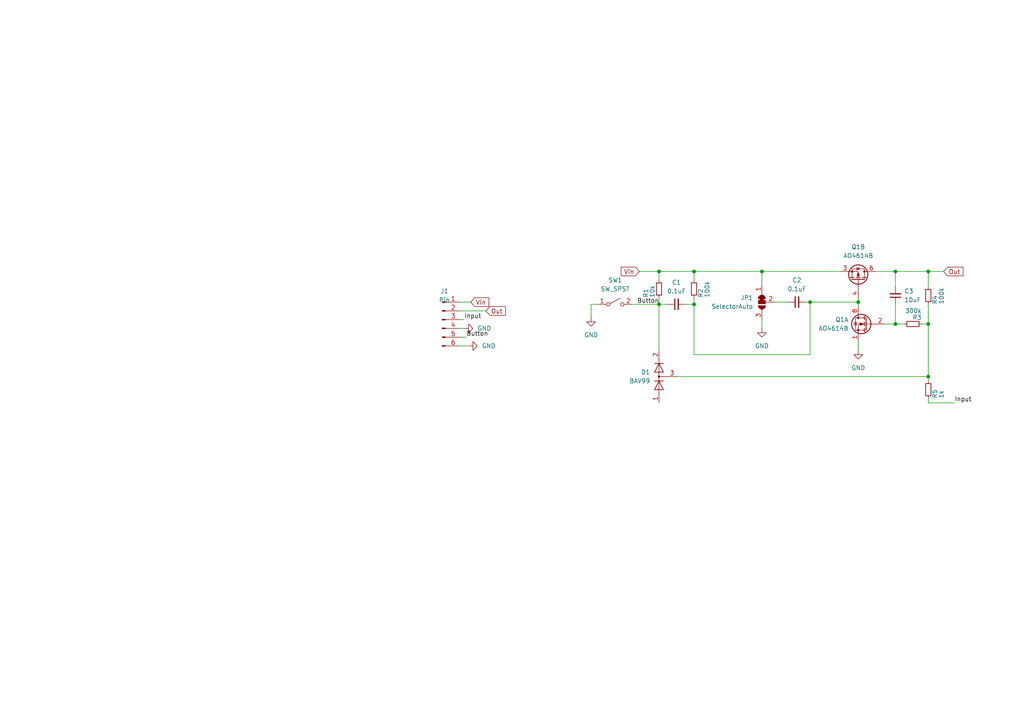
<source format=kicad_sch>
(kicad_sch (version 20211123) (generator eeschema)
  (paper "A4")
  (lib_symbols
    (symbol "Connector:Conn_01x06_Male" (pin_names (offset 1.016) hide)
      (property "Reference" "J" (at 0 7.62 0))
      (property "Value" "Conn_01x06_Male" (at 0 -10.16 0))
      (symbol "Conn_01x06_Male_1_1"
        (polyline (pts (xy 1.27 -7.62) (xy 0.8636 -7.62)) (stroke (width 0.1524)))
        (polyline (pts (xy 1.27 -5.08) (xy 0.8636 -5.08)) (stroke (width 0.1524)))
        (polyline (pts (xy 1.27 -2.54) (xy 0.8636 -2.54)) (stroke (width 0.1524)))
        (polyline (pts (xy 1.27 0) (xy 0.8636 0)) (stroke (width 0.1524)))
        (polyline (pts (xy 1.27 2.54) (xy 0.8636 2.54)) (stroke (width 0.1524)))
        (polyline (pts (xy 1.27 5.08) (xy 0.8636 5.08)) (stroke (width 0.1524)))
        (rectangle (start 0.8636 -7.493) (end 0 -7.747) (stroke (width 0.1524)) (fill (type outline)))
        (rectangle (start 0.8636 -4.953) (end 0 -5.207) (stroke (width 0.1524)) (fill (type outline)))
        (rectangle (start 0.8636 -2.413) (end 0 -2.667) (stroke (width 0.1524)) (fill (type outline)))
        (rectangle (start 0.8636 0.127) (end 0 -0.127) (stroke (width 0.1524)) (fill (type outline)))
        (rectangle (start 0.8636 2.667) (end 0 2.413) (stroke (width 0.1524)) (fill (type outline)))
        (rectangle (start 0.8636 5.207) (end 0 4.953) (stroke (width 0.1524)) (fill (type outline)))
        (pin passive line (at 5.08 5.08 180) (length 3.81) (name "Pin_1") (number "1"))
        (pin passive line (at 5.08 2.54 180) (length 3.81) (name "Pin_2") (number "2"))
        (pin passive line (at 5.08 0 180) (length 3.81) (name "Pin_3") (number "3"))
        (pin passive line (at 5.08 -2.54 180) (length 3.81) (name "Pin_4") (number "4"))
        (pin passive line (at 5.08 -5.08 180) (length 3.81) (name "Pin_5") (number "5"))
        (pin passive line (at 5.08 -7.62 180) (length 3.81) (name "Pin_6") (number "6"))
      )
    )
    (symbol "Device:C_Small" (pin_numbers hide) (pin_names (offset 0.254) hide)
      (property "Reference" "C" (at 0.254 1.778 0))
      (property "Value" "C_Small" (at 0.254 -2.032 0))
      (symbol "C_Small_0_1"
        (polyline (pts (xy -1.524 -0.508) (xy 1.524 -0.508)) (stroke (width 0.3302)))
        (polyline (pts (xy -1.524 0.508) (xy 1.524 0.508)) (stroke (width 0.3048)))
      )
      (symbol "C_Small_1_1"
        (pin passive line (at 0 2.54 270) (length 2.032) (name "~") (number "1"))
        (pin passive line (at 0 -2.54 90) (length 2.032) (name "~") (number "2"))
      )
    )
    (symbol "Device:R_Small" (pin_numbers hide) (pin_names (offset 0.254) hide)
      (property "Reference" "R" (at 0.762 0.508 0))
      (property "Value" "R_Small" (at 0.762 -1.016 0))
      (symbol "R_Small_0_1"
        (rectangle (start -0.762 1.778) (end 0.762 -1.778) (stroke (width 0.2032)))
      )
      (symbol "R_Small_1_1"
        (pin passive line (at 0 2.54 270) (length 0.762) (name "~") (number "1"))
        (pin passive line (at 0 -2.54 90) (length 0.762) (name "~") (number "2"))
      )
    )
    (symbol "Diode:BAV99" (pin_names hide)
      (property "Reference" "D" (at 0 5.08 0))
      (property "Value" "BAV99" (at 0 2.54 0))
      (symbol "BAV99_0_1"
        (polyline (pts (xy -5.08 0) (xy 5.08 0)))
      )
      (symbol "BAV99_1_1"
        (polyline (pts (xy 0 0) (xy 0 -2.54)))
        (polyline (pts (xy -1.27 -1.27) (xy -1.27 1.27) (xy -1.27 1.27)) (stroke (width 0.2032)))
        (polyline (pts (xy 3.81 1.27) (xy 3.81 -1.27) (xy 3.81 -1.27)) (stroke (width 0.2032)))
        (polyline (pts (xy -3.81 1.27) (xy -1.27 0) (xy -3.81 -1.27) (xy -3.81 1.27) (xy -3.81 1.27) (xy -3.81 1.27)) (stroke (width 0.2032)))
        (polyline (pts (xy 1.27 1.27) (xy 3.81 0) (xy 1.27 -1.27) (xy 1.27 1.27) (xy 1.27 1.27) (xy 1.27 1.27)) (stroke (width 0.2032)))
        (circle (center 0 0) (radius 0.254) (fill (type outline)))
        (pin passive line (at -7.62 0 0) (length 2.54) (name "K") (number "1"))
        (pin passive line (at 7.62 0 180) (length 2.54) (name "A") (number "2"))
        (pin passive line (at 0 -5.08 90) (length 2.54) (name "K") (number "3"))
      )
    )
    (symbol "Jumper:SolderJumper_3_Bridged12" (pin_names (offset 0) hide)
      (property "Reference" "JP" (at -2.54 -2.54 0))
      (property "Value" "SolderJumper_3_Bridged12" (at 0 2.794 0))
      (symbol "SolderJumper_3_Bridged12_0_1"
        (rectangle (start -1.016 0.508) (end -0.508 -0.508) (fill (type outline)))
        (arc (start -1.016 1.016) (mid -2.032 0) (end -1.016 -1.016))
        (arc (start -1.016 1.016) (mid -2.032 0) (end -1.016 -1.016) (fill (type outline)))
        (rectangle (start -0.508 1.016) (end 0.508 -1.016) (fill (type outline)))
        (polyline (pts (xy -2.54 0) (xy -2.032 0)))
        (polyline (pts (xy -1.016 1.016) (xy -1.016 -1.016)))
        (polyline (pts (xy 0 -1.27) (xy 0 -1.016)))
        (polyline (pts (xy 1.016 1.016) (xy 1.016 -1.016)))
        (polyline (pts (xy 2.54 0) (xy 2.032 0)))
        (arc (start 1.016 -1.016) (mid 2.032 0) (end 1.016 1.016))
        (arc (start 1.016 -1.016) (mid 2.032 0) (end 1.016 1.016) (fill (type outline)))
      )
      (symbol "SolderJumper_3_Bridged12_1_1"
        (pin passive line (at -5.08 0 0) (length 2.54) (name "A") (number "1"))
        (pin input line (at 0 -3.81 90) (length 2.54) (name "C") (number "2"))
        (pin passive line (at 5.08 0 180) (length 2.54) (name "B") (number "3"))
      )
    )
    (symbol "Switch:SW_SPST" (pin_names (offset 0) hide)
      (property "Reference" "SW" (at 0 3.175 0))
      (property "Value" "SW_SPST" (at 0 -2.54 0))
      (symbol "SW_SPST_0_0"
        (circle (center -2.032 0) (radius 0.508))
        (polyline (pts (xy -1.524 0.254) (xy 1.524 1.778)))
        (circle (center 2.032 0) (radius 0.508))
      )
      (symbol "SW_SPST_1_1"
        (pin passive line (at -5.08 0 0) (length 2.54) (name "A") (number "1"))
        (pin passive line (at 5.08 0 180) (length 2.54) (name "B") (number "2"))
      )
    )
    (symbol "Transistor_FET:FDS8960C" (pin_names hide)
      (property "Reference" "Q" (at 5.08 1.905 0))
      (property "Value" "FDS8960C" (at 5.08 0 0))
      (symbol "FDS8960C_0_1"
        (polyline (pts (xy 0.254 0) (xy -2.54 0)))
        (polyline (pts (xy 0.254 1.905) (xy 0.254 -1.905)) (stroke (width 0.254)))
        (polyline (pts (xy 0.762 -1.27) (xy 0.762 -2.286)) (stroke (width 0.254)))
        (polyline (pts (xy 0.762 0.508) (xy 0.762 -0.508)) (stroke (width 0.254)))
        (polyline (pts (xy 0.762 2.286) (xy 0.762 1.27)) (stroke (width 0.254)))
        (polyline (pts (xy 2.54 2.54) (xy 2.54 1.778)))
        (polyline (pts (xy 2.54 -2.54) (xy 2.54 0) (xy 0.762 0)))
        (polyline (pts (xy 0.762 -1.778) (xy 3.302 -1.778) (xy 3.302 1.778) (xy 0.762 1.778)))
        (circle (center 1.651 0) (radius 2.794) (stroke (width 0.254)))
        (circle (center 2.54 -1.778) (radius 0.254) (fill (type outline)))
        (circle (center 2.54 1.778) (radius 0.254) (fill (type outline)))
      )
      (symbol "FDS8960C_1_1"
        (polyline (pts (xy 1.016 0) (xy 2.032 0.381) (xy 2.032 -0.381) (xy 1.016 0)) (fill (type outline)))
        (polyline (pts (xy 2.794 0.508) (xy 2.921 0.381) (xy 3.683 0.381) (xy 3.81 0.254)))
        (polyline (pts (xy 3.302 0.381) (xy 2.921 -0.254) (xy 3.683 -0.254) (xy 3.302 0.381)))
        (pin passive line (at 2.54 -5.08 90) (length 2.54) (name "S") (number "1"))
        (pin input line (at -5.08 0 0) (length 2.54) (name "G") (number "2"))
        (pin passive line (at 2.54 5.08 270) (length 2.54) hide (name "D") (number "7"))
        (pin passive line (at 2.54 5.08 270) (length 2.54) (name "D") (number "8"))
      )
      (symbol "FDS8960C_2_1"
        (polyline (pts (xy 2.286 0) (xy 1.27 0.381) (xy 1.27 -0.381) (xy 2.286 0)) (fill (type outline)))
        (polyline (pts (xy 2.794 -0.508) (xy 2.921 -0.381) (xy 3.683 -0.381) (xy 3.81 -0.254)))
        (polyline (pts (xy 3.302 -0.381) (xy 2.921 0.254) (xy 3.683 0.254) (xy 3.302 -0.381)))
        (pin passive line (at 2.54 -5.08 90) (length 2.54) (name "1") (number "3"))
        (pin input line (at -5.08 0 0) (length 2.54) (name "G") (number "4"))
        (pin passive line (at 2.54 5.08 270) (length 2.54) hide (name "D") (number "5"))
        (pin passive line (at 2.54 5.08 270) (length 2.54) (name "D") (number "6"))
      )
    )
    (symbol "power:GND" (power) (pin_names (offset 0))
      (property "Value" "GND" (at 0 -3.81 0))
      (symbol "GND_0_1"
        (polyline (pts (xy 0 0) (xy 0 -1.27) (xy 1.27 -1.27) (xy 0 -2.54) (xy -1.27 -1.27) (xy 0 -1.27)))
      )
      (symbol "GND_1_1"
        (pin power_in line (at 0 0 270) (length 0) hide (name "GND") (number "1"))
      )
    )
  )
  (junction (at 201.295 88.265))
  (junction (at 234.95 87.63))
  (junction (at 201.295 78.74))
  (junction (at 269.24 93.98))
  (junction (at 259.715 78.74))
  (junction (at 191.135 88.265))
  (junction (at 269.24 109.22))
  (junction (at 248.92 87.63))
  (junction (at 191.135 78.74))
  (junction (at 269.24 78.74))
  (junction (at 259.715 93.98))
  (junction (at 220.98 78.74))
  (wire (pts (xy 201.295 88.265) (xy 201.295 102.87)))
  (wire (pts (xy 248.92 87.63) (xy 248.92 88.9)))
  (wire (pts (xy 269.24 78.74) (xy 269.24 83.185)))
  (wire (pts (xy 259.715 78.74) (xy 259.715 83.185)))
  (wire (pts (xy 248.92 99.06) (xy 248.92 101.6)))
  (wire (pts (xy 191.135 88.265) (xy 193.675 88.265)))
  (wire (pts (xy 233.68 87.63) (xy 234.95 87.63)))
  (wire (pts (xy 262.255 93.98) (xy 259.715 93.98)))
  (wire (pts (xy 171.45 88.265) (xy 173.355 88.265)))
  (wire (pts (xy 259.715 93.98) (xy 256.54 93.98)))
  (wire (pts (xy 185.42 78.74) (xy 191.135 78.74)))
  (wire (pts (xy 183.515 88.265) (xy 191.135 88.265)))
  (wire (pts (xy 191.135 86.36) (xy 191.135 88.265)))
  (wire (pts (xy 269.24 88.265) (xy 269.24 93.98)))
  (wire (pts (xy 133.35 87.63) (xy 136.525 87.63)))
  (wire (pts (xy 259.715 78.74) (xy 269.24 78.74)))
  (wire (pts (xy 234.95 87.63) (xy 248.92 87.63)))
  (wire (pts (xy 198.755 88.265) (xy 201.295 88.265)))
  (wire (pts (xy 269.24 116.84) (xy 276.86 116.84)))
  (wire (pts (xy 191.135 88.265) (xy 191.135 101.6)))
  (wire (pts (xy 269.24 78.74) (xy 273.685 78.74)))
  (wire (pts (xy 220.98 78.74) (xy 201.295 78.74)))
  (wire (pts (xy 201.295 78.74) (xy 201.295 81.28)))
  (wire (pts (xy 243.84 78.74) (xy 220.98 78.74)))
  (wire (pts (xy 254 78.74) (xy 259.715 78.74)))
  (wire (pts (xy 269.24 93.98) (xy 267.335 93.98)))
  (wire (pts (xy 224.79 87.63) (xy 228.6 87.63)))
  (wire (pts (xy 133.35 92.71) (xy 134.62 92.71)))
  (wire (pts (xy 248.92 86.36) (xy 248.92 87.63)))
  (wire (pts (xy 171.45 92.075) (xy 171.45 88.265)))
  (wire (pts (xy 196.215 109.22) (xy 269.24 109.22)))
  (wire (pts (xy 133.35 90.17) (xy 140.97 90.17)))
  (wire (pts (xy 201.295 86.36) (xy 201.295 88.265)))
  (wire (pts (xy 191.135 78.74) (xy 201.295 78.74)))
  (wire (pts (xy 234.95 102.87) (xy 234.95 87.63)))
  (wire (pts (xy 133.35 95.25) (xy 134.62 95.25)))
  (wire (pts (xy 269.24 93.98) (xy 269.24 109.22)))
  (wire (pts (xy 191.135 78.74) (xy 191.135 81.28)))
  (wire (pts (xy 269.24 109.22) (xy 269.24 110.49)))
  (wire (pts (xy 133.35 100.33) (xy 135.89 100.33)))
  (wire (pts (xy 133.35 97.79) (xy 135.255 97.79)))
  (wire (pts (xy 220.98 78.74) (xy 220.98 82.55)))
  (wire (pts (xy 201.295 102.87) (xy 234.95 102.87)))
  (wire (pts (xy 269.24 115.57) (xy 269.24 116.84)))
  (wire (pts (xy 220.98 95.25) (xy 220.98 92.71)))
  (wire (pts (xy 259.715 88.265) (xy 259.715 93.98)))
  (label "Button" (at 184.785 88.265 0))
  (label "Button" (at 135.255 97.79 0))
  (label "Input" (at 134.62 92.71 0))
  (label "Input" (at 276.86 116.84 0))
  (global_label "Vin" (shape input) (at 136.525 87.63 0) (property "Intersheet References" "${INTERSHEET_REFS}" (effects hide)))
  (global_label "Vin" (shape input) (at 185.42 78.74 180) (property "Intersheet References" "${INTERSHEET_REFS}" (effects hide)))
  (global_label "Out" (shape input) (at 273.685 78.74 0) (property "Intersheet References" "${INTERSHEET_REFS}" (effects hide)))
  (global_label "Out" (shape input) (at 140.97 90.17 0) (property "Intersheet References" "${INTERSHEET_REFS}" (effects hide)))
  (symbol (lib_id "Diode:BAV99") (at 191.135 109.22 90) (unit 1)
    (property "Reference" "D1" (at 188.595 107.9499 90) (effects (justify left)))
    (property "Value" "BAV99" (at 188.595 110.4899 90) (effects (justify left)))
    (property "Footprint" "Package_TO_SOT_SMD:SOT-23" (effects hide))
    (property "Datasheet" "https://assets.nexperia.com/documents/data-sheet/BAV99_SER.pdf" (effects hide))
  )
  (symbol (lib_id "Device:R_Small") (at 201.295 83.82 180) (unit 1)
    (property "Reference" "R2" (at 203.2 86.36 90) (effects (justify right)))
    (property "Value" "100k" (at 205.105 86.36 90) (effects (justify right)))
    (property "Footprint" "Resistor_SMD:R_0805_2012Metric_Pad1.20x1.40mm_HandSolder" (effects hide))
  )
  (symbol (lib_id "Device:R_Small") (at 264.795 93.98 270) (unit 1)
    (property "Reference" "R3" (at 267.335 92.075 90) (effects (justify right)))
    (property "Value" "300k" (at 267.335 90.17 90) (effects (justify right)))
    (property "Footprint" "Resistor_SMD:R_0805_2012Metric_Pad1.20x1.40mm_HandSolder" (effects hide))
  )
  (symbol (lib_id "power:GND") (at 248.92 101.6 0) (unit 1)
    (property "Reference" "#PWR03" (effects hide))
    (property "Value" "GND" (at 248.92 106.68 0))
  )
  (symbol (lib_id "power:GND") (at 171.45 92.075 0) (unit 1)
    (property "Reference" "#PWR01" (effects hide))
    (property "Value" "GND" (at 171.45 97.155 0))
  )
  (symbol (lib_id "power:GND") (at 220.98 95.25 0) (unit 1)
    (property "Reference" "#PWR02" (effects hide))
    (property "Value" "GND" (at 220.98 100.33 0))
  )
  (symbol (lib_id "Jumper:SolderJumper_3_Bridged12") (at 220.98 87.63 90) (mirror x) (unit 1)
    (property "Reference" "JP1" (at 218.44 86.3599 90) (effects (justify left)))
    (property "Value" "SelectorAuto" (at 218.44 88.8999 90) (effects (justify left)))
    (property "Footprint" "Jumper:SolderJumper-3_P1.3mm_Bridged12_Pad1.0x1.5mm" (effects hide))
  )
  (symbol (lib_id "Device:R_Small") (at 191.135 83.82 180) (unit 1)
    (property "Reference" "R1" (at 187.325 86.36 90) (effects (justify right)))
    (property "Value" "10k" (at 189.23 86.36 90) (effects (justify right)))
    (property "Footprint" "Resistor_SMD:R_0805_2012Metric_Pad1.20x1.40mm_HandSolder" (effects hide))
  )
  (symbol (lib_id "Device:C_Small") (at 231.14 87.63 90) (unit 1)
    (property "Reference" "C2" (at 231.1463 81.28 90))
    (property "Value" "0.1uF" (at 231.1463 83.82 90))
    (property "Footprint" "Capacitor_SMD:C_0805_2012Metric_Pad1.18x1.45mm_HandSolder" (effects hide))
  )
  (symbol (lib_id "Switch:SW_SPST") (at 178.435 88.265 0) (unit 1)
    (property "Reference" "SW1" (at 178.435 81.28 0))
    (property "Value" "SW_SPST" (at 178.435 83.82 0))
    (property "Footprint" "Button_Switch_SMD:SW_SPST_CK_RS282G05A3" (effects hide))
  )
  (symbol (lib_id "Device:R_Small") (at 269.24 113.03 180) (unit 1)
    (property "Reference" "R5" (at 271.145 115.57 90) (effects (justify right)))
    (property "Value" "1k" (at 273.05 115.57 90) (effects (justify right)))
    (property "Footprint" "Resistor_SMD:R_0805_2012Metric_Pad1.20x1.40mm_HandSolder" (effects hide))
  )
  (symbol (lib_id "Transistor_FET:FDS8960C") (at 248.92 81.28 270) (mirror x) (unit 2)
    (property "Reference" "Q1" (at 248.92 71.628 90))
    (property "Value" "AO4614B" (at 248.92 74.168 90))
    (property "Footprint" "Package_SO:SOIC-8_3.9x4.9mm_P1.27mm" (effects hide))
    (property "Datasheet" "https://www.mouser.fr/datasheet/2/308/FDS8960C-D-1808807.pdf" (effects hide))
  )
  (symbol (lib_id "power:GND") (at 135.89 100.33 90) (unit 1)
    (property "Reference" "#PWR0102" (effects hide))
    (property "Value" "GND" (at 139.7 100.3299 90) (effects (justify right)))
  )
  (symbol (lib_id "Device:R_Small") (at 269.24 85.725 180) (unit 1)
    (property "Reference" "R4" (at 271.145 88.265 90) (effects (justify right)))
    (property "Value" "100k" (at 273.05 88.265 90) (effects (justify right)))
    (property "Footprint" "Resistor_SMD:R_0805_2012Metric_Pad1.20x1.40mm_HandSolder" (effects hide))
  )
  (symbol (lib_id "Device:C_Small") (at 196.215 88.265 90) (unit 1)
    (property "Reference" "C1" (at 196.2213 81.915 90))
    (property "Value" "0.1uF" (at 196.2213 84.455 90))
    (property "Footprint" "Capacitor_SMD:C_0805_2012Metric_Pad1.18x1.45mm_HandSolder" (effects hide))
  )
  (symbol (lib_id "Connector:Conn_01x06_Male") (at 128.27 92.71 0) (unit 1)
    (property "Reference" "J1" (at 128.905 84.455 0))
    (property "Value" "Pin" (at 128.905 86.995 0))
    (property "Footprint" "Connector_PinHeader_2.54mm:PinHeader_1x06_P2.54mm_Vertical" (effects hide))
  )
  (symbol (lib_id "Device:C_Small") (at 259.715 85.725 180) (unit 1)
    (property "Reference" "C3" (at 262.255 84.4485 0) (effects (justify right)))
    (property "Value" "10uF" (at 262.255 86.9885 0) (effects (justify right)))
    (property "Footprint" "Capacitor_SMD:C_1206_3216Metric_Pad1.33x1.80mm_HandSolder" (effects hide))
  )
  (symbol (lib_id "power:GND") (at 134.62 95.25 90) (unit 1)
    (property "Reference" "#PWR0101" (effects hide))
    (property "Value" "GND" (at 138.43 95.2499 90) (effects (justify right)))
  )
  (symbol (lib_id "Transistor_FET:FDS8960C") (at 251.46 93.98 0) (mirror y) (unit 1)
    (property "Reference" "Q1" (at 246.126 92.7099 0) (effects (justify left)))
    (property "Value" "AO4614B" (at 246.126 95.2499 0) (effects (justify left)))
    (property "Footprint" "Package_SO:SOIC-8_3.9x4.9mm_P1.27mm" (effects hide))
    (property "Datasheet" "https://www.mouser.fr/datasheet/2/308/FDS8960C-D-1808807.pdf" (effects hide))
  )
)
</source>
